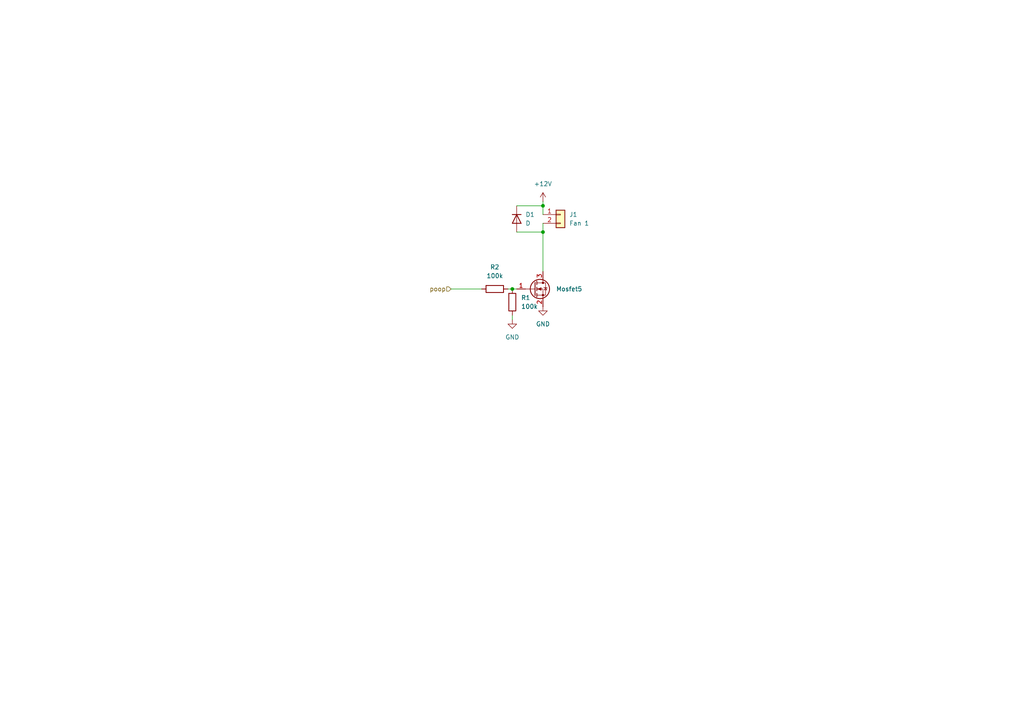
<source format=kicad_sch>
(kicad_sch (version 20231120) (generator "eeschema") (generator_version "8.0")
  (paper "A4")
  (lib_symbols
    (symbol "Connector_Generic:Conn_01x02" (pin_names (offset 1.016) hide)
      (property "Reference" "J" (at 0 2.54 0))
      (property "Value" "Conn_01x02" (at 0 -5.08 0))
      (symbol "Conn_01x02_1_1"
        (rectangle (start -1.27 -2.413) (end 0 -2.667) (stroke (width 0.1524)))
        (rectangle (start -1.27 0.127) (end 0 -0.127) (stroke (width 0.1524)))
        (rectangle (start -1.27 1.27) (end 1.27 -3.81) (stroke (width 0.254)) (fill (type background)))
        (pin passive line (at -5.08 0 0) (length 3.81) (name "Pin_1") (number "1"))
        (pin passive line (at -5.08 -2.54 0) (length 3.81) (name "Pin_2") (number "2"))
      )
    )
    (symbol "Device:D" (pin_numbers hide) (pin_names (offset 1.016) hide)
      (property "Reference" "D" (at 0 2.54 0))
      (property "Value" "D" (at 0 -2.54 0))
      (symbol "D_0_1"
        (polyline (pts (xy -1.27 1.27) (xy -1.27 -1.27)) (stroke (width 0.254)))
        (polyline (pts (xy 1.27 0) (xy -1.27 0)))
        (polyline (pts (xy 1.27 1.27) (xy 1.27 -1.27) (xy -1.27 0) (xy 1.27 1.27)) (stroke (width 0.254)))
      )
      (symbol "D_1_1"
        (pin passive line (at -3.81 0 0) (length 2.54) (name "K") (number "1"))
        (pin passive line (at 3.81 0 180) (length 2.54) (name "A") (number "2"))
      )
    )
    (symbol "Device:R" (pin_numbers hide) (pin_names (offset 0))
      (property "Reference" "R" (at 2.032 0 90))
      (property "Value" "R" (at 0 0 90))
      (symbol "R_0_1"
        (rectangle (start -1.016 -2.54) (end 1.016 2.54) (stroke (width 0.254)))
      )
      (symbol "R_1_1"
        (pin passive line (at 0 3.81 270) (length 1.27) (name "~") (number "1"))
        (pin passive line (at 0 -3.81 90) (length 1.27) (name "~") (number "2"))
      )
    )
    (symbol "Transistor_FET:IRLML0030" (pin_names hide)
      (property "Reference" "Q" (at 5.08 1.905 0))
      (property "Value" "IRLML0030" (at 5.08 0 0))
      (symbol "IRLML0030_0_1"
        (polyline (pts (xy 0.254 0) (xy -2.54 0)))
        (polyline (pts (xy 0.254 1.905) (xy 0.254 -1.905)) (stroke (width 0.254)))
        (polyline (pts (xy 0.762 -1.27) (xy 0.762 -2.286)) (stroke (width 0.254)))
        (polyline (pts (xy 0.762 0.508) (xy 0.762 -0.508)) (stroke (width 0.254)))
        (polyline (pts (xy 0.762 2.286) (xy 0.762 1.27)) (stroke (width 0.254)))
        (polyline (pts (xy 2.54 2.54) (xy 2.54 1.778)))
        (polyline (pts (xy 2.54 -2.54) (xy 2.54 0) (xy 0.762 0)))
        (polyline (pts (xy 0.762 -1.778) (xy 3.302 -1.778) (xy 3.302 1.778) (xy 0.762 1.778)))
        (polyline (pts (xy 1.016 0) (xy 2.032 0.381) (xy 2.032 -0.381) (xy 1.016 0)) (fill (type outline)))
        (polyline (pts (xy 2.794 0.508) (xy 2.921 0.381) (xy 3.683 0.381) (xy 3.81 0.254)))
        (polyline (pts (xy 3.302 0.381) (xy 2.921 -0.254) (xy 3.683 -0.254) (xy 3.302 0.381)))
        (circle (center 1.651 0) (radius 2.794) (stroke (width 0.254)))
        (circle (center 2.54 -1.778) (radius 0.254) (fill (type outline)))
        (circle (center 2.54 1.778) (radius 0.254) (fill (type outline)))
      )
      (symbol "IRLML0030_1_1"
        (pin input line (at -5.08 0 0) (length 2.54) (name "G") (number "1"))
        (pin passive line (at 2.54 -5.08 90) (length 2.54) (name "S") (number "2"))
        (pin passive line (at 2.54 5.08 270) (length 2.54) (name "D") (number "3"))
      )
    )
    (symbol "power:+12V" (power) (pin_numbers hide) (pin_names (offset 0) hide)
      (property "Value" "+12V" (at 0 3.556 0))
      (symbol "+12V_0_1"
        (polyline (pts (xy -0.762 1.27) (xy 0 2.54)))
        (polyline (pts (xy 0 0) (xy 0 2.54)))
        (polyline (pts (xy 0 2.54) (xy 0.762 1.27)))
      )
      (symbol "+12V_1_1"
        (pin power_in line (at 0 0 90) (length 0) (name "~") (number "1"))
      )
    )
    (symbol "power:GND" (power) (pin_numbers hide) (pin_names (offset 0) hide)
      (property "Value" "GND" (at 0 -3.81 0))
      (symbol "GND_0_1"
        (polyline (pts (xy 0 0) (xy 0 -1.27) (xy 1.27 -1.27) (xy 0 -2.54) (xy -1.27 -1.27) (xy 0 -1.27)))
      )
      (symbol "GND_1_1"
        (pin power_in line (at 0 0 270) (length 0) (name "~") (number "1"))
      )
    )
  )
  (junction (at 157.48 67.31))
  (junction (at 148.59 83.82))
  (junction (at 157.48 59.69))
  (wire (pts (xy 157.48 59.69) (xy 157.48 62.23)))
  (wire (pts (xy 148.59 83.82) (xy 149.86 83.82)))
  (wire (pts (xy 148.59 91.44) (xy 148.59 92.71)))
  (wire (pts (xy 149.86 59.69) (xy 157.48 59.69)))
  (wire (pts (xy 157.48 58.42) (xy 157.48 59.69)))
  (wire (pts (xy 157.48 67.31) (xy 157.48 78.74)))
  (wire (pts (xy 139.7 83.82) (xy 130.81 83.82)))
  (wire (pts (xy 157.48 64.77) (xy 157.48 67.31)))
  (wire (pts (xy 147.32 83.82) (xy 148.59 83.82)))
  (wire (pts (xy 149.86 67.31) (xy 157.48 67.31)))
  (hierarchical_label "poop" (shape input) (at 130.81 83.82 180))
  (symbol (lib_id "Connector_Generic:Conn_01x02") (at 162.56 62.23 0) (unit 1)
    (property "Reference" "J1" (at 165.1 62.2299 0) (effects (justify left)))
    (property "Value" "Fan 1" (at 165.1 64.7699 0) (effects (justify left)))
    (property "Footprint" "UTSVT_Connectors:Molex_MicroFit3.0_1x2xP3.00mm_PolarizingPeg_Vertical" (effects (hide yes)))
    (property "Description" "Generic connector, single row, 01x02, script generated (kicad-library-utils/schlib/autogen/connector/)" (effects (hide yes)))
  )
  (symbol (lib_id "Device:R") (at 143.51 83.82 90) (mirror x) (unit 1)
    (property "Reference" "R2" (at 143.51 77.47 90))
    (property "Value" "100k" (at 143.51 80.01 90))
    (property "Footprint" "Resistor_SMD:R_0805_2012Metric" (effects (hide yes)))
    (property "Description" "Resistor" (effects (hide yes)))
  )
  (symbol (lib_id "Device:D") (at 149.86 63.5 270) (unit 1)
    (property "Reference" "D1" (at 152.4 62.2299 90) (effects (justify left)))
    (property "Value" "D" (at 152.4 64.7699 90) (effects (justify left)))
    (property "Footprint" "Diode_SMD:D_0805_2012Metric" (effects (hide yes)))
    (property "Description" "Diode" (effects (hide yes)))
    (property "Sim.Device" "D" (effects (hide yes)))
    (property "Sim.Pins" "1=K 2=A" (effects (hide yes)))
  )
  (symbol (lib_id "Transistor_FET:IRLML0030") (at 154.94 83.82 0) (unit 1)
    (property "Reference" "Mosfet5" (at 161.29 83.8199 0) (effects (justify left)))
    (property "Value" "IRLML0030" (effects (hide yes)))
    (property "Footprint" "Package_TO_SOT_SMD:SOT-23" (effects (hide yes)))
    (property "Datasheet" "https://www.infineon.com/dgdl/irlml0030pbf.pdf?fileId=5546d462533600a401535664773825df" (effects (hide yes)))
    (property "Description" "5.3A Id, 30V Vds, 27mOhm Rds, N-Channel HEXFET Power MOSFET, SOT-23" (effects (hide yes)))
  )
  (symbol (lib_id "power:GND") (at 157.48 88.9 0) (mirror y) (unit 1)
    (property "Reference" "#PWR016" (effects (hide yes)))
    (property "Value" "GND" (at 157.48 93.98 0))
    (property "Description" "Power symbol creates a global label with name \"GND\" , ground" (effects (hide yes)))
  )
  (symbol (lib_id "Device:R") (at 148.59 87.63 0) (mirror y) (unit 1)
    (property "Reference" "R1" (at 151.13 86.3599 0) (effects (justify right)))
    (property "Value" "100k" (at 151.13 88.8999 0) (effects (justify right)))
    (property "Footprint" "Resistor_SMD:R_0805_2012Metric" (effects (hide yes)))
    (property "Description" "Resistor" (effects (hide yes)))
  )
  (symbol (lib_id "power:+12V") (at 157.48 58.42 0) (unit 1)
    (property "Reference" "#PWR017" (effects (hide yes)))
    (property "Value" "+12V" (at 157.48 53.34 0))
    (property "Description" "Power symbol creates a global label with name \"+12V\"" (effects (hide yes)))
  )
  (symbol (lib_id "power:GND") (at 148.59 92.71 0) (mirror y) (unit 1)
    (property "Reference" "#PWR011" (effects (hide yes)))
    (property "Value" "GND" (at 148.59 97.79 0))
    (property "Description" "Power symbol creates a global label with name \"GND\" , ground" (effects (hide yes)))
  )
)
</source>
